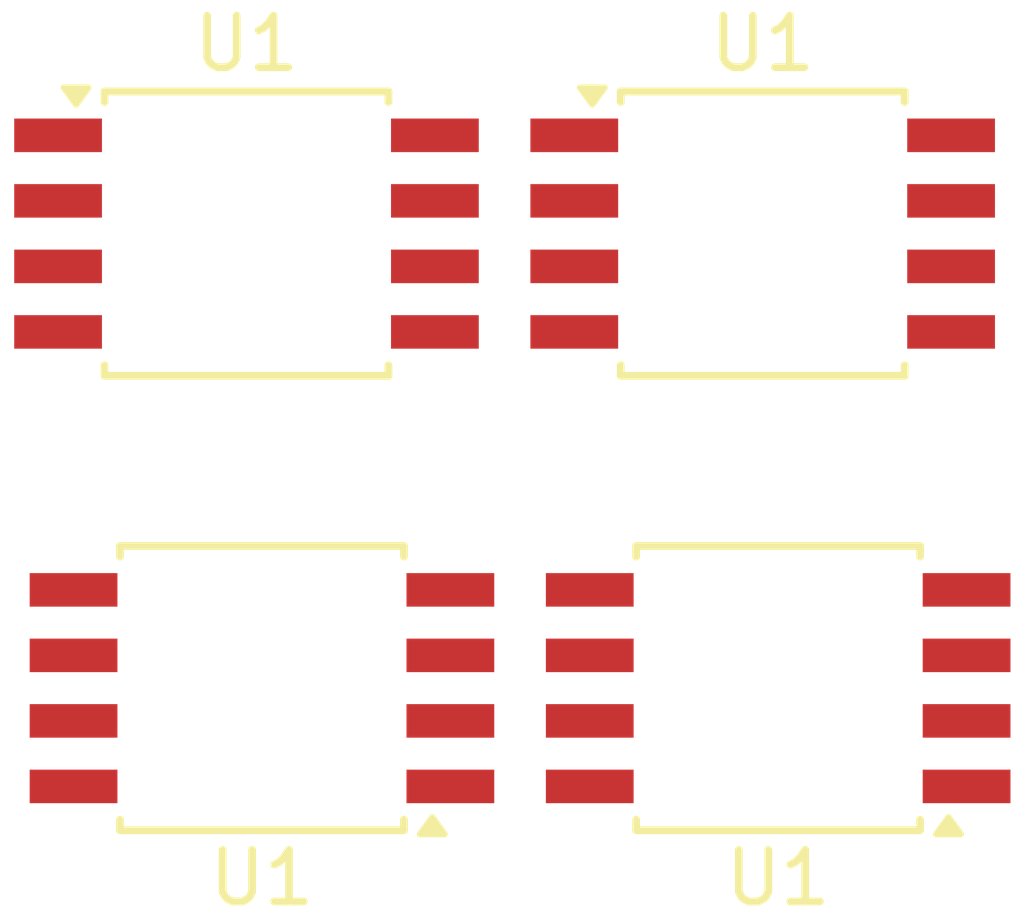
<source format=kicad_pcb>
(kicad_pcb (version 20241229) (generator "pcbnew") (generator_version "9.0")
  (layers (0 "F.Cu" signal) (2 "B.Cu" signal) (13 "F.Paste" user) (15 "B.Paste" user) (5 "F.SilkS" user "F.Silkscreen") (7 "B.SilkS" user "B.Silkscreen") (1 "F.Mask" user) (3 "B.Mask" user) (25 "Edge.Cuts" user))
  (net 0 "")
  (footprint "Package_SO:SOIC-8W_5.3x5.3mm_P1.27mm" (layer "F.Cu") (at 155.65 71.905 180)
    (property "Reference" "U1" (at 0 -3.68 0) (layer "F.SilkS"))
    (property "Value" "TL082")
    (fp_line (start 2.75 2.755) (end 2.75 2.55) (stroke (width 0.15)) (layer "F.SilkS"))
    (fp_line (start 2.75 -2.755) (end 2.75 -2.55) (stroke (width 0.15)) (layer "F.SilkS"))
    (fp_line (start -2.75 2.755) (end 2.75 2.755) (stroke (width 0.15)) (layer "F.SilkS"))
    (fp_line (start -2.75 2.755) (end -2.75 2.55) (stroke (width 0.15)) (layer "F.SilkS"))
    (fp_line (start -2.75 -2.755) (end 2.75 -2.755) (stroke (width 0.15)) (layer "F.SilkS"))
    (fp_line (start -2.75 -2.755) (end -2.75 -2.55) (stroke (width 0.15)) (layer "F.SilkS"))
    (fp_poly (pts (xy -3.3 -2.5) (xy -3.54 -2.83) (xy -3.06 -2.83) (xy -3.3 -2.5)) (stroke (width 0.12)) (fill yes) (layer "F.SilkS"))
    (pad "1" smd rect (at -3.65 -1.905 180) (size 1.7 0.65) (layers "F.Cu" "F.Mask" "F.Paste"))
    (pad "2" smd rect (at -3.65 -0.635 180) (size 1.7 0.65) (layers "F.Cu" "F.Mask" "F.Paste"))
    (pad "3" smd rect (at -3.65 0.635 180) (size 1.7 0.65) (layers "F.Cu" "F.Mask" "F.Paste"))
    (pad "4" smd rect (at -3.65 1.905 180) (size 1.7 0.65) (layers "F.Cu" "F.Mask" "F.Paste"))
    (pad "5" smd rect (at 3.65 1.905 180) (size 1.7 0.65) (layers "F.Cu" "F.Mask" "F.Paste"))
    (pad "6" smd rect (at 3.65 0.635 180) (size 1.7 0.65) (layers "F.Cu" "F.Mask" "F.Paste"))
    (pad "7" smd rect (at 3.65 -0.635 180) (size 1.7 0.65) (layers "F.Cu" "F.Mask" "F.Paste"))
    (pad "8" smd rect (at 3.65 -1.905 180) (size 1.7 0.65) (layers "F.Cu" "F.Mask" "F.Paste"))
  )
  (footprint "Package_SO:SOIC-8W_5.3x5.3mm_P1.27mm" (layer "F.Cu") (at 145.65 71.905 180)
    (property "Reference" "U1" (at 0 -3.68 0) (layer "F.SilkS"))
    (property "Value" "TL082")
    (fp_line (start 2.75 2.755) (end 2.75 2.55) (stroke (width 0.15)) (layer "F.SilkS"))
    (fp_line (start 2.75 -2.755) (end 2.75 -2.55) (stroke (width 0.15)) (layer "F.SilkS"))
    (fp_line (start -2.75 2.755) (end 2.75 2.755) (stroke (width 0.15)) (layer "F.SilkS"))
    (fp_line (start -2.75 2.755) (end -2.75 2.55) (stroke (width 0.15)) (layer "F.SilkS"))
    (fp_line (start -2.75 -2.755) (end 2.75 -2.755) (stroke (width 0.15)) (layer "F.SilkS"))
    (fp_line (start -2.75 -2.755) (end -2.75 -2.55) (stroke (width 0.15)) (layer "F.SilkS"))
    (fp_poly (pts (xy -3.3 -2.5) (xy -3.54 -2.83) (xy -3.06 -2.83) (xy -3.3 -2.5)) (stroke (width 0.12)) (fill yes) (layer "F.SilkS"))
    (pad "1" smd rect (at -3.65 -1.905 180) (size 1.7 0.65) (layers "F.Cu" "F.Mask" "F.Paste"))
    (pad "2" smd rect (at -3.65 -0.635 180) (size 1.7 0.65) (layers "F.Cu" "F.Mask" "F.Paste"))
    (pad "3" smd rect (at -3.65 0.635 180) (size 1.7 0.65) (layers "F.Cu" "F.Mask" "F.Paste"))
    (pad "4" smd rect (at -3.65 1.905 180) (size 1.7 0.65) (layers "F.Cu" "F.Mask" "F.Paste"))
    (pad "5" smd rect (at 3.65 1.905 180) (size 1.7 0.65) (layers "F.Cu" "F.Mask" "F.Paste"))
    (pad "6" smd rect (at 3.65 0.635 180) (size 1.7 0.65) (layers "F.Cu" "F.Mask" "F.Paste"))
    (pad "7" smd rect (at 3.65 -0.635 180) (size 1.7 0.65) (layers "F.Cu" "F.Mask" "F.Paste"))
    (pad "8" smd rect (at 3.65 -1.905 180) (size 1.7 0.65) (layers "F.Cu" "F.Mask" "F.Paste"))
  )
  (footprint "Package_SO:SOIC-8W_5.3x5.3mm_P1.27mm" (layer "F.Cu") (at 145.35 63.095)
    (property "Reference" "U1" (at 0 -3.68 0) (layer "F.SilkS"))
    (property "Value" "TL082")
    (fp_line (start -2.75 -2.755) (end -2.75 -2.55) (stroke (width 0.15)) (layer "F.SilkS"))
    (fp_line (start -2.75 -2.755) (end 2.75 -2.755) (stroke (width 0.15)) (layer "F.SilkS"))
    (fp_line (start -2.75 2.755) (end -2.75 2.55) (stroke (width 0.15)) (layer "F.SilkS"))
    (fp_line (start -2.75 2.755) (end 2.75 2.755) (stroke (width 0.15)) (layer "F.SilkS"))
    (fp_line (start 2.75 -2.755) (end 2.75 -2.55) (stroke (width 0.15)) (layer "F.SilkS"))
    (fp_line (start 2.75 2.755) (end 2.75 2.55) (stroke (width 0.15)) (layer "F.SilkS"))
    (fp_poly (pts (xy -3.3 -2.5) (xy -3.54 -2.83) (xy -3.06 -2.83) (xy -3.3 -2.5)) (stroke (width 0.12)) (fill yes) (layer "F.SilkS"))
    (pad "1" smd rect (at -3.65 -1.905) (size 1.7 0.65) (layers "F.Cu" "F.Mask" "F.Paste"))
    (pad "2" smd rect (at -3.65 -0.635) (size 1.7 0.65) (layers "F.Cu" "F.Mask" "F.Paste"))
    (pad "3" smd rect (at -3.65 0.635) (size 1.7 0.65) (layers "F.Cu" "F.Mask" "F.Paste"))
    (pad "4" smd rect (at -3.65 1.905) (size 1.7 0.65) (layers "F.Cu" "F.Mask" "F.Paste"))
    (pad "5" smd rect (at 3.65 1.905) (size 1.7 0.65) (layers "F.Cu" "F.Mask" "F.Paste"))
    (pad "6" smd rect (at 3.65 0.635) (size 1.7 0.65) (layers "F.Cu" "F.Mask" "F.Paste"))
    (pad "7" smd rect (at 3.65 -0.635) (size 1.7 0.65) (layers "F.Cu" "F.Mask" "F.Paste"))
    (pad "8" smd rect (at 3.65 -1.905) (size 1.7 0.65) (layers "F.Cu" "F.Mask" "F.Paste"))
  )
  (footprint "Package_SO:SOIC-8W_5.3x5.3mm_P1.27mm" (layer "F.Cu") (at 155.35 63.095)
    (property "Reference" "U1" (at 0 -3.68 0) (layer "F.SilkS"))
    (property "Value" "TL082")
    (fp_line (start -2.75 -2.755) (end -2.75 -2.55) (stroke (width 0.15)) (layer "F.SilkS"))
    (fp_line (start -2.75 -2.755) (end 2.75 -2.755) (stroke (width 0.15)) (layer "F.SilkS"))
    (fp_line (start -2.75 2.755) (end -2.75 2.55) (stroke (width 0.15)) (layer "F.SilkS"))
    (fp_line (start -2.75 2.755) (end 2.75 2.755) (stroke (width 0.15)) (layer "F.SilkS"))
    (fp_line (start 2.75 -2.755) (end 2.75 -2.55) (stroke (width 0.15)) (layer "F.SilkS"))
    (fp_line (start 2.75 2.755) (end 2.75 2.55) (stroke (width 0.15)) (layer "F.SilkS"))
    (fp_poly (pts (xy -3.3 -2.5) (xy -3.54 -2.83) (xy -3.06 -2.83) (xy -3.3 -2.5)) (stroke (width 0.12)) (fill yes) (layer "F.SilkS"))
    (pad "1" smd rect (at -3.65 -1.905) (size 1.7 0.65) (layers "F.Cu" "F.Mask" "F.Paste"))
    (pad "2" smd rect (at -3.65 -0.635) (size 1.7 0.65) (layers "F.Cu" "F.Mask" "F.Paste"))
    (pad "3" smd rect (at -3.65 0.635) (size 1.7 0.65) (layers "F.Cu" "F.Mask" "F.Paste"))
    (pad "4" smd rect (at -3.65 1.905) (size 1.7 0.65) (layers "F.Cu" "F.Mask" "F.Paste"))
    (pad "5" smd rect (at 3.65 1.905) (size 1.7 0.65) (layers "F.Cu" "F.Mask" "F.Paste"))
    (pad "6" smd rect (at 3.65 0.635) (size 1.7 0.65) (layers "F.Cu" "F.Mask" "F.Paste"))
    (pad "7" smd rect (at 3.65 -0.635) (size 1.7 0.65) (layers "F.Cu" "F.Mask" "F.Paste"))
    (pad "8" smd rect (at 3.65 -1.905) (size 1.7 0.65) (layers "F.Cu" "F.Mask" "F.Paste"))
  )
)
</source>
